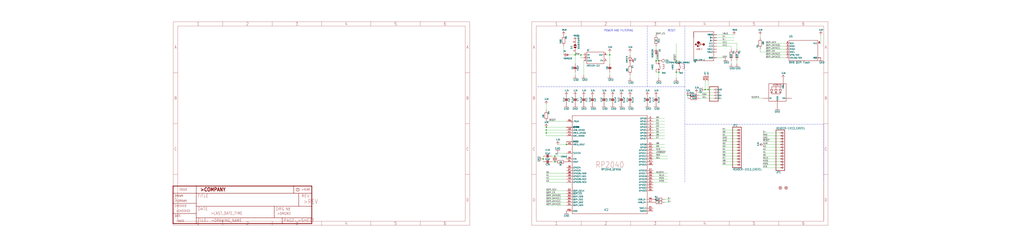
<source format=kicad_sch>
(kicad_sch (version 20211123) (generator eeschema)
  (paper "User" 899.998 220.421)
  (junction (at 594.36 63.5))
  (junction (at 604.52 83.82))
  (junction (at 477.52 139.7))
  (junction (at 487.68 137.16))
  (junction (at 535.94 48.26))
  (junction (at 497.84 127))
  (junction (at 505.46 48.26))
  (junction (at 480.06 111.76))
  (junction (at 510.54 48.26))
  (junction (at 619.76 78.74))
  (junction (at 480.06 116.84))
  (junction (at 594.36 53.34))
  (junction (at 480.06 114.3))
  (junction (at 579.12 53.34))
  (junction (at 487.68 142.24))
  (junction (at 576.58 53.34))
  (junction (at 579.12 63.5))
  (junction (at 622.3 78.74))
  (wire (pts (xy 497.84 106.68) (xy 480.06 106.68)))
  (wire (pts (xy 635 134.62) (xy 647.7 134.62)))
  (wire (pts (xy 485.14 142.24) (xy 487.68 142.24)))
  (wire (pts (xy 480.06 175.26) (xy 497.84 175.26)))
  (wire (pts (xy 685.8 116.84) (xy 670.56 116.84)))
  (wire (pts (xy 594.36 68.58) (xy 594.36 63.5)))
  (wire (pts (xy 584.2 175.26) (xy 589.28 175.26)))
  (wire (pts (xy 670.56 147.32) (xy 685.8 147.32)))
  (wire (pts (xy 487.68 137.16) (xy 485.14 137.16)))
  (wire (pts (xy 670.56 139.7) (xy 685.8 139.7)))
  (wire (pts (xy 647.7 116.84) (xy 635 116.84)))
  (wire (pts (xy 685.8 144.78) (xy 670.56 144.78)))
  (wire (pts (xy 622.3 78.74) (xy 627.38 78.74)))
  (wire (pts (xy 497.84 152.4) (xy 480.06 152.4)))
  (wire (pts (xy 497.84 137.16) (xy 497.84 139.7)))
  (wire (pts (xy 480.06 160.02) (xy 497.84 160.02)))
  (wire (pts (xy 668.02 30.48) (xy 668.02 33.02)))
  (wire (pts (xy 505.46 45.72) (xy 505.46 48.26)))
  (wire (pts (xy 647.7 121.92) (xy 635 121.92)))
  (wire (pts (xy 513.08 53.34) (xy 513.08 66.04)))
  (wire (pts (xy 574.04 121.92) (xy 584.2 121.92)))
  (wire (pts (xy 574.04 116.84) (xy 584.2 116.84)))
  (wire (pts (xy 576.58 30.48) (xy 576.58 27.94)))
  (polyline (pts (xy 723.9 160.02) (xy 723.9 109.22)))
  (wire (pts (xy 480.06 177.8) (xy 497.84 177.8)))
  (wire (pts (xy 685.8 127) (xy 670.56 127)))
  (wire (pts (xy 477.52 142.24) (xy 477.52 139.7)))
  (wire (pts (xy 574.04 106.68) (xy 584.2 106.68)))
  (wire (pts (xy 480.06 172.72) (xy 497.84 172.72)))
  (wire (pts (xy 480.06 180.34) (xy 497.84 180.34)))
  (wire (pts (xy 497.84 111.76) (xy 480.06 111.76)))
  (wire (pts (xy 690.88 43.18) (xy 673.1 43.18)))
  (wire (pts (xy 497.84 157.48) (xy 480.06 157.48)))
  (wire (pts (xy 637.54 50.8) (xy 629.92 50.8)))
  (wire (pts (xy 594.36 38.1) (xy 594.36 53.34)))
  (wire (pts (xy 645.16 30.48) (xy 629.92 30.48)))
  (wire (pts (xy 497.84 167.64) (xy 480.06 167.64)))
  (wire (pts (xy 690.88 48.26) (xy 673.1 48.26)))
  (wire (pts (xy 670.56 86.36) (xy 660.4 86.36)))
  (wire (pts (xy 579.12 53.34) (xy 576.58 53.34)))
  (wire (pts (xy 574.04 127) (xy 584.2 127)))
  (wire (pts (xy 635 139.7) (xy 647.7 139.7)))
  (wire (pts (xy 576.58 63.5) (xy 579.12 63.5)))
  (wire (pts (xy 629.92 35.56) (xy 645.16 35.56)))
  (wire (pts (xy 670.56 121.92) (xy 685.8 121.92)))
  (wire (pts (xy 670.56 129.54) (xy 685.8 129.54)))
  (wire (pts (xy 480.06 91.44) (xy 480.06 96.52)))
  (wire (pts (xy 576.58 43.18) (xy 576.58 40.64)))
  (wire (pts (xy 553.72 45.72) (xy 553.72 48.26)))
  (wire (pts (xy 535.94 55.88) (xy 535.94 48.26)))
  (wire (pts (xy 574.04 114.3) (xy 584.2 114.3)))
  (wire (pts (xy 647.7 119.38) (xy 635 119.38)))
  (wire (pts (xy 629.92 33.02) (xy 645.16 33.02)))
  (wire (pts (xy 513.08 48.26) (xy 510.54 48.26)))
  (wire (pts (xy 668.02 43.18) (xy 668.02 45.72)))
  (wire (pts (xy 584.2 177.8) (xy 589.28 177.8)))
  (wire (pts (xy 627.38 83.82) (xy 614.68 83.82)))
  (wire (pts (xy 480.06 114.3) (xy 480.06 111.76)))
  (wire (pts (xy 594.36 53.34) (xy 596.9 53.34)))
  (wire (pts (xy 477.52 139.7) (xy 477.52 137.16)))
  (wire (pts (xy 553.72 66.04) (xy 553.72 68.58)))
  (wire (pts (xy 619.76 78.74) (xy 619.76 71.12)))
  (wire (pts (xy 574.04 129.54) (xy 584.2 129.54)))
  (wire (pts (xy 629.92 38.1) (xy 647.7 38.1)))
  (wire (pts (xy 574.04 160.02) (xy 586.74 160.02)))
  (polyline (pts (xy 601.98 76.2) (xy 601.98 22.86)))
  (wire (pts (xy 579.12 63.5) (xy 579.12 68.58)))
  (wire (pts (xy 614.68 86.36) (xy 627.38 86.36)))
  (polyline (pts (xy 472.44 76.2) (xy 568.96 76.2)))
  (wire (pts (xy 576.58 53.34) (xy 576.58 48.26)))
  (wire (pts (xy 535.94 48.26) (xy 535.94 45.72)))
  (wire (pts (xy 635 132.08) (xy 647.7 132.08)))
  (wire (pts (xy 574.04 132.08) (xy 584.2 132.08)))
  (wire (pts (xy 574.04 137.16) (xy 586.74 137.16)))
  (wire (pts (xy 497.84 170.18) (xy 480.06 170.18)))
  (wire (pts (xy 495.3 48.26) (xy 495.3 40.64)))
  (wire (pts (xy 480.06 119.38) (xy 480.06 116.84)))
  (wire (pts (xy 619.76 78.74) (xy 622.3 78.74)))
  (wire (pts (xy 642.62 53.34) (xy 642.62 55.88)))
  (wire (pts (xy 500.38 48.26) (xy 505.46 48.26)))
  (wire (pts (xy 685.8 132.08) (xy 670.56 132.08)))
  (wire (pts (xy 510.54 50.8) (xy 510.54 48.26)))
  (wire (pts (xy 622.3 71.12) (xy 622.3 78.74)))
  (wire (pts (xy 635 137.16) (xy 647.7 137.16)))
  (polyline (pts (xy 601.98 76.2) (xy 568.96 76.2)))
  (wire (pts (xy 721.36 30.48) (xy 721.36 38.1)))
  (wire (pts (xy 685.8 124.46) (xy 670.56 124.46)))
  (wire (pts (xy 487.68 137.16) (xy 497.84 137.16)))
  (wire (pts (xy 510.54 48.26) (xy 505.46 48.26)))
  (wire (pts (xy 685.8 142.24) (xy 670.56 142.24)))
  (wire (pts (xy 497.84 114.3) (xy 480.06 114.3)))
  (wire (pts (xy 574.04 134.62) (xy 584.2 134.62)))
  (wire (pts (xy 574.04 104.14) (xy 584.2 104.14)))
  (wire (pts (xy 497.84 119.38) (xy 480.06 119.38)))
  (wire (pts (xy 497.84 134.62) (xy 490.22 134.62)))
  (wire (pts (xy 574.04 109.22) (xy 584.2 109.22)))
  (wire (pts (xy 574.04 111.76) (xy 584.2 111.76)))
  (wire (pts (xy 574.04 139.7) (xy 586.74 139.7)))
  (wire (pts (xy 647.7 127) (xy 635 127)))
  (wire (pts (xy 497.84 124.46) (xy 497.84 127)))
  (wire (pts (xy 635 144.78) (xy 647.7 144.78)))
  (wire (pts (xy 480.06 116.84) (xy 480.06 114.3)))
  (polyline (pts (xy 601.98 160.02) (xy 601.98 109.22)))
  (wire (pts (xy 533.4 48.26) (xy 535.94 48.26)))
  (wire (pts (xy 574.04 152.4) (xy 586.74 152.4)))
  (wire (pts (xy 647.7 38.1) (xy 647.7 43.18)))
  (wire (pts (xy 635 142.24) (xy 647.7 142.24)))
  (wire (pts (xy 629.92 40.64) (xy 642.62 40.64)))
  (wire (pts (xy 574.04 154.94) (xy 586.74 154.94)))
  (wire (pts (xy 510.54 50.8) (xy 513.08 50.8)))
  (wire (pts (xy 596.9 63.5) (xy 594.36 63.5)))
  (wire (pts (xy 670.56 134.62) (xy 685.8 134.62)))
  (wire (pts (xy 505.46 63.5) (xy 505.46 66.04)))
  (polyline (pts (xy 601.98 109.22) (xy 601.98 76.2)))
  (wire (pts (xy 690.88 38.1) (xy 673.1 38.1)))
  (polyline (pts (xy 568.96 76.2) (xy 568.96 22.86)))
  (wire (pts (xy 642.62 40.64) (xy 642.62 43.18)))
  (wire (pts (xy 480.06 154.94) (xy 497.84 154.94)))
  (polyline (pts (xy 723.9 109.22) (xy 601.98 109.22)))
  (wire (pts (xy 535.94 63.5) (xy 535.94 66.04)))
  (wire (pts (xy 635 129.54) (xy 647.7 129.54)))
  (wire (pts (xy 604.52 83.82) (xy 604.52 86.36)))
  (wire (pts (xy 505.46 48.26) (xy 505.46 55.88)))
  (wire (pts (xy 670.56 119.38) (xy 685.8 119.38)))
  (wire (pts (xy 668.02 45.72) (xy 690.88 45.72)))
  (wire (pts (xy 673.1 40.64) (xy 690.88 40.64)))
  (wire (pts (xy 574.04 119.38) (xy 584.2 119.38)))
  (wire (pts (xy 673.1 50.8) (xy 690.88 50.8)))
  (wire (pts (xy 647.7 114.3) (xy 635 114.3)))
  (wire (pts (xy 574.04 157.48) (xy 586.74 157.48)))
  (wire (pts (xy 635 124.46) (xy 647.7 124.46)))
  (wire (pts (xy 685.8 137.16) (xy 670.56 137.16)))
  (wire (pts (xy 490.22 127) (xy 497.84 127)))
  (wire (pts (xy 647.7 55.88) (xy 647.7 53.34)))
  (wire (pts (xy 497.84 116.84) (xy 480.06 116.84)))
  (wire (pts (xy 627.38 81.28) (xy 612.14 81.28)))
  (text "RESET" (at 586.74 27.94 180) (effects (font (size 1.778 1.5113)) (justify left bottom)))
  (text "POWER AND FILTERING" (at 530.86 27.94 180) (effects (font (size 1.778 1.5113)) (justify left bottom)))
  (label "~{RESET}" (at 482.6 106.68 0) (effects (font (size 1.2446 1.2446))))
  (label "D10" (at 576.58 132.08 0) (effects (font (size 1.2446 1.2446))))
  (label "GND" (at 635 124.46 0) (effects (font (size 1.2446 1.2446))))
  (label "D+" (at 635 114.3 0) (effects (font (size 1.2446 1.2446))))
  (label "QSPI_CS" (at 673.1 45.72 0) (effects (font (size 1.2446 1.2446))))
  (label "QSPI_SCK" (at 673.1 38.1 0) (effects (font (size 1.2446 1.2446))))
  (label "SCLK" (at 670.56 139.7 0) (effects (font (size 1.2446 1.2446))))
  (label "D5" (at 576.58 116.84 0) (effects (font (size 1.2446 1.2446))))
  (label "QSPI_DATA[0]" (at 673.1 40.64 0) (effects (font (size 1.2446 1.2446))))
  (label "D-" (at 670.56 116.84 0) (effects (font (size 1.2446 1.2446))))
  (label "D0" (at 635 116.84 0) (effects (font (size 1.2446 1.2446))))
  (label "QSPI_DATA[1]" (at 480.06 175.26 0) (effects (font (size 1.2446 1.2446))))
  (label "QSPI_SCK" (at 480.06 167.64 0) (effects (font (size 1.2446 1.2446))))
  (label "USBBOOT" (at 579.12 53.34 90) (effects (font (size 1.2446 1.2446))))
  (label "D1" (at 576.58 106.68 0) (effects (font (size 1.2446 1.2446))))
  (label "SCL" (at 617.22 86.36 0) (effects (font (size 1.2446 1.2446))))
  (label "QSPI_DATA[2]" (at 673.1 48.26 0) (effects (font (size 1.2446 1.2446))))
  (label "D5" (at 635 134.62 0) (effects (font (size 1.2446 1.2446))))
  (label "RAW" (at 505.46 48.26 0) (effects (font (size 1.2446 1.2446))))
  (label "A0" (at 480.06 152.4 0) (effects (font (size 1.2446 1.2446))))
  (label "SDA" (at 617.22 83.82 0) (effects (font (size 1.2446 1.2446))))
  (label "MOSI" (at 670.56 144.78 0) (effects (font (size 1.2446 1.2446))))
  (label "VBUS" (at 635 30.48 0) (effects (font (size 1.2446 1.2446))))
  (label "D-" (at 586.74 175.26 0) (effects (font (size 1.2446 1.2446))))
  (label "MOSI" (at 579.12 157.48 0) (effects (font (size 1.2446 1.2446))))
  (label "D7" (at 635 139.7 0) (effects (font (size 1.2446 1.2446))))
  (label "A0" (at 670.56 137.16 0) (effects (font (size 1.2446 1.2446))))
  (label "CC2" (at 635 40.64 0) (effects (font (size 1.2446 1.2446))))
  (label "D6" (at 635 137.16 0) (effects (font (size 1.2446 1.2446))))
  (label "USBBOOT" (at 576.58 134.62 0) (effects (font (size 1.2446 1.2446))))
  (label "D+" (at 586.74 177.8 0) (effects (font (size 1.2446 1.2446))))
  (label "D2" (at 576.58 109.22 0) (effects (font (size 1.2446 1.2446))))
  (label "SCL" (at 576.58 139.7 0) (effects (font (size 1.2446 1.2446))))
  (label "~{RESET}" (at 670.56 124.46 0) (effects (font (size 1.2446 1.2446))))
  (label "SCLK" (at 579.12 154.94 0) (effects (font (size 1.2446 1.2446))))
  (label "D4" (at 635 132.08 0) (effects (font (size 1.2446 1.2446))))
  (label "MISO" (at 579.12 160.02 0) (effects (font (size 1.2446 1.2446))))
  (label "A2" (at 670.56 132.08 0) (effects (font (size 1.2446 1.2446))))
  (label "D3" (at 635 129.54 0) (effects (font (size 1.2446 1.2446))))
  (label "D6" (at 576.58 119.38 0) (effects (font (size 1.2446 1.2446))))
  (label "GND" (at 635 50.8 0) (effects (font (size 1.2446 1.2446))))
  (label "D+" (at 635 33.02 0) (effects (font (size 1.2446 1.2446))))
  (label "D0" (at 576.58 104.14 0) (effects (font (size 1.2446 1.2446))))
  (label "RAW" (at 670.56 119.38 0) (effects (font (size 1.2446 1.2446))))
  (label "D7" (at 576.58 121.92 0) (effects (font (size 1.2446 1.2446))))
  (label "NEOPIX" (at 660.4 86.36 0) (effects (font (size 1.2446 1.2446))))
  (label "A2" (at 480.06 157.48 0) (effects (font (size 1.2446 1.2446))))
  (label "D10" (at 670.56 147.32 0) (effects (font (size 1.2446 1.2446))))
  (label "SDA" (at 576.58 137.16 0) (effects (font (size 1.2446 1.2446))))
  (label "QSPI_DATA[2]" (at 480.06 177.8 0) (effects (font (size 1.2446 1.2446))))
  (label "QSPI_DATA[0]" (at 480.06 172.72 0) (effects (font (size 1.2446 1.2446))))
  (label "D2" (at 635 127 0) (effects (font (size 1.2446 1.2446))))
  (label "D-" (at 635 35.56 0) (effects (font (size 1.2446 1.2446))))
  (label "A1" (at 480.06 154.94 0) (effects (font (size 1.2446 1.2446))))
  (label "GND" (at 670.56 121.92 0) (effects (font (size 1.2446 1.2446))))
  (label "A1" (at 670.56 134.62 0) (effects (font (size 1.2446 1.2446))))
  (label "D1" (at 635 119.38 0) (effects (font (size 1.2446 1.2446))))
  (label "A3" (at 670.56 129.54 0) (effects (font (size 1.2446 1.2446))))
  (label "NEOPIX" (at 576.58 152.4 0) (effects (font (size 1.2446 1.2446))))
  (label "QSPI_CS" (at 576.58 30.48 0) (effects (font (size 1.2446 1.2446))))
  (label "GND" (at 635 121.92 0) (effects (font (size 1.2446 1.2446))))
  (label "D9" (at 576.58 129.54 0) (effects (font (size 1.2446 1.2446))))
  (label "QSPI_DATA[3]" (at 673.1 50.8 0) (effects (font (size 1.2446 1.2446))))
  (label "D8" (at 576.58 127 0) (effects (font (size 1.2446 1.2446))))
  (label "MISO" (at 670.56 142.24 0) (effects (font (size 1.2446 1.2446))))
  (label "CC1" (at 635 38.1 0) (effects (font (size 1.2446 1.2446))))
  (label "QSPI_DATA[3]" (at 480.06 180.34 0) (effects (font (size 1.2446 1.2446))))
  (label "D9" (at 635 144.78 0) (effects (font (size 1.2446 1.2446))))
  (label "~{RESET}" (at 594.36 53.34 90) (effects (font (size 1.2446 1.2446))))
  (label "QSPI_CS" (at 480.06 170.18 0) (effects (font (size 1.2446 1.2446))))
  (label "D3" (at 576.58 111.76 0) (effects (font (size 1.2446 1.2446))))
  (label "D8" (at 635 142.24 0) (effects (font (size 1.2446 1.2446))))
  (label "D4" (at 576.58 114.3 0) (effects (font (size 1.2446 1.2446))))
  (label "QSPI_DATA[1]" (at 673.1 43.18 0) (effects (font (size 1.2446 1.2446))))
  (label "A3" (at 480.06 160.02 0) (effects (font (size 1.2446 1.2446))))
  (label "3.3V" (at 670.56 127 0) (effects (font (size 1.2446 1.2446))))
  (symbol (lib_id "custom controller-eagle-import:GND") (at 474.98 139.7 270) (mirror x) (unit 1)
    (property "Reference" "#GND31" (effects hide))
    (property "Value" "GND" (at 472.44 142.24 0) (effects (font (size 1.778 1.5113)) (justify left bottom)))
    (property "Footprint" "custom controller:" (effects hide))
  )
  (symbol (lib_id "custom controller-eagle-import:CAP_CERAMIC_0402NO") (at 546.1 88.9 0) (unit 1)
    (property "Reference" "C13" (at 543.81 87.65 90))
    (property "Value" "0.1uF" (at 548.4 87.65 90))
    (property "Footprint" "custom controller:_0402NO" (effects hide))
  )
  (symbol (lib_id "custom controller-eagle-import:3.3V") (at 688.34 66.04 0) (unit 1)
    (property "Reference" "#U$6" (effects hide))
    (property "Value" "3.3V" (at 686.816 65.024 0) (effects (font (size 1.27 1.0795)) (justify left bottom)))
    (property "Footprint" "custom controller:" (effects hide))
  )
  (symbol (lib_id "custom controller-eagle-import:CAP_CERAMIC_0805MP") (at 505.46 60.96 0) (unit 1)
    (property "Reference" "C6" (at 503.17 59.71 90))
    (property "Value" "10µF" (at 507.76 59.71 90))
    (property "Footprint" "custom controller:_0805MP" (effects hide))
  )
  (symbol (lib_id "custom controller-eagle-import:SOLDERJUMPER") (at 505.46 40.64 90) (unit 1)
    (property "Reference" "SJ1" (at 502.92 43.18 0) (effects (font (size 1.27 1.0795)) (justify left bottom)))
    (property "Value" "SOLDERJUMPER" (at 509.27 43.18 0) (effects (font (size 1.27 1.0795)) (justify left bottom)))
    (property "Footprint" "custom controller:SOLDERJUMPER_ARROW_NOPASTE" (effects hide))
  )
  (symbol (lib_id "custom controller-eagle-import:1.2V") (at 513.08 81.28 0) (unit 1)
    (property "Reference" "#U$45" (effects hide))
    (property "Value" "1.2V" (at 511.556 80.264 0) (effects (font (size 1.27 1.0795)) (justify left bottom)))
    (property "Footprint" "custom controller:" (effects hide))
  )
  (symbol (lib_id "custom controller-eagle-import:3.3V") (at 530.86 81.28 0) (unit 1)
    (property "Reference" "#U$25" (effects hide))
    (property "Value" "3.3V" (at 529.336 80.264 0) (effects (font (size 1.27 1.0795)) (justify left bottom)))
    (property "Footprint" "custom controller:" (effects hide))
  )
  (symbol (lib_id "custom controller-eagle-import:VBUS") (at 495.3 27.94 0) (unit 1)
    (property "Reference" "#U$3" (effects hide))
    (property "Value" "VBUS" (at 493.776 26.924 0) (effects (font (size 1.27 1.0795)) (justify left bottom)))
    (property "Footprint" "custom controller:" (effects hide))
  )
  (symbol (lib_id "custom controller-eagle-import:GND") (at 513.08 93.98 0) (mirror y) (unit 1)
    (property "Reference" "#GND27" (effects hide))
    (property "Value" "GND" (at 515.62 96.52 0) (effects (font (size 1.778 1.5113)) (justify left bottom)))
    (property "Footprint" "custom controller:" (effects hide))
  )
  (symbol (lib_id "custom controller-eagle-import:1.2V") (at 505.46 81.28 0) (unit 1)
    (property "Reference" "#U$43" (effects hide))
    (property "Value" "1.2V" (at 503.936 80.264 0) (effects (font (size 1.27 1.0795)) (justify left bottom)))
    (property "Footprint" "custom controller:" (effects hide))
  )
  (symbol (lib_id "custom controller-eagle-import:FIDUCIAL_1MM") (at 690.88 165.1 0) (unit 1)
    (property "Reference" "U$34" (effects hide))
    (property "Value" "FIDUCIAL_1MM" (effects hide))
    (property "Footprint" "custom controller:FIDUCIAL_1MM" (effects hide))
  )
  (symbol (lib_id "custom controller-eagle-import:STEMMA_I2C_QTSKINNY") (at 619.76 71.12 90) (unit 2)
    (property "Reference" "CONN1" (effects hide))
    (property "Value" "STEMMA_I2C_QTSKINNY" (effects hide))
    (property "Footprint" "custom controller:JST_SH4_SKINNY" (effects hide))
  )
  (symbol (lib_id "custom controller-eagle-import:GND") (at 530.86 93.98 0) (unit 1)
    (property "Reference" "#U$47" (effects hide))
    (property "Value" "GND" (at 529.336 96.52 0) (effects (font (size 1.778 1.5113)) (justify left bottom)))
    (property "Footprint" "custom controller:" (effects hide))
  )
  (symbol (lib_id "custom controller-eagle-import:3.3V") (at 538.48 81.28 0) (unit 1)
    (property "Reference" "#U$26" (effects hide))
    (property "Value" "3.3V" (at 536.956 80.264 0) (effects (font (size 1.27 1.0795)) (justify left bottom)))
    (property "Footprint" "custom controller:" (effects hide))
  )
  (symbol (lib_id "custom controller-eagle-import:CAP_CERAMIC_0603MP") (at 497.84 88.9 0) (unit 1)
    (property "Reference" "C12" (at 495.55 87.65 90))
    (property "Value" "1uF" (at 500.14 87.65 90))
    (property "Footprint" "custom controller:_0603MP" (effects hide))
  )
  (symbol (lib_id "custom controller-eagle-import:3.3V") (at 576.58 81.28 0) (unit 1)
    (property "Reference" "#U$36" (effects hide))
    (property "Value" "3.3V" (at 575.056 80.264 0) (effects (font (size 1.27 1.0795)) (justify left bottom)))
    (property "Footprint" "custom controller:" (effects hide))
  )
  (symbol (lib_id "custom controller-eagle-import:RESISTOR_0402NO") (at 579.12 177.8 0) (unit 1)
    (property "Reference" "R3" (at 575.31 176.3014 0) (effects (justify left bottom)))
    (property "Value" "27" (at 577.85 178.562 0) (effects (font (size 1.016 1.016) bold) (justify left bottom)))
    (property "Footprint" "custom controller:_0402NO" (effects hide))
  )
  (symbol (lib_id "custom controller-eagle-import:GND") (at 546.1 93.98 0) (unit 1)
    (property "Reference" "#U$49" (effects hide))
    (property "Value" "GND" (at 544.576 96.52 0) (effects (font (size 1.778 1.5113)) (justify left bottom)))
    (property "Footprint" "custom controller:" (effects hide))
  )
  (symbol (lib_id "custom controller-eagle-import:GND") (at 683.26 96.52 0) (unit 1)
    (property "Reference" "#GND7" (effects hide))
    (property "Value" "GND" (at 680.72 99.06 0) (effects (font (size 1.778 1.5113)) (justify left bottom)))
    (property "Footprint" "custom controller:" (effects hide))
  )
  (symbol (lib_id "custom controller-eagle-import:RESISTOR_0402NO") (at 642.62 48.26 270) (unit 1)
    (property "Reference" "R1" (at 644.1186 44.45 0) (effects (justify left bottom)))
    (property "Value" "5.1K" (at 641.858 46.99 0) (effects (font (size 1.016 1.016) bold) (justify left bottom)))
    (property "Footprint" "custom controller:_0402NO" (effects hide))
  )
  (symbol (lib_id "custom controller-eagle-import:3.3V") (at 553.72 43.18 0) (unit 1)
    (property "Reference" "#U$15" (effects hide))
    (property "Value" "3.3V" (at 552.196 42.164 0) (effects (font (size 1.27 1.0795)) (justify left bottom)))
    (property "Footprint" "custom controller:" (effects hide))
  )
  (symbol (lib_id "custom controller-eagle-import:RESISTOR0805_NOOUTLINE") (at 495.3 35.56 270) (unit 1)
    (property "Reference" "R8" (at 496.7986 31.75 0) (effects (justify left bottom)))
    (property "Value" "FUSE" (at 491.998 34.29 0) (effects (font (size 1.016 1.016) bold) (justify left bottom)))
    (property "Footprint" "custom controller:0805-NO" (effects hide))
  )
  (symbol (lib_id "custom controller-eagle-import:CAP_CERAMIC_0402NO") (at 513.08 86.36 180) (unit 1)
    (property "Reference" "C11" (at 515.37 87.61 90))
    (property "Value" "0.1uF" (at 510.78 87.61 90))
    (property "Footprint" "custom controller:_0402NO" (effects hide))
  )
  (symbol (lib_id "custom controller-eagle-import:GND") (at 642.62 58.42 0) (unit 1)
    (property "Reference" "#U$7" (effects hide))
    (property "Value" "GND" (at 641.096 60.96 0) (effects (font (size 1.778 1.5113)) (justify left bottom)))
    (property "Footprint" "custom controller:" (effects hide))
  )
  (symbol (lib_id "custom controller-eagle-import:1.2V") (at 490.22 124.46 0) (unit 1)
    (property "Reference" "#U$40" (effects hide))
    (property "Value" "1.2V" (at 488.696 123.444 0) (effects (font (size 1.27 1.0795)) (justify left bottom)))
    (property "Footprint" "custom controller:" (effects hide))
  )
  (symbol (lib_id "custom controller-eagle-import:RESISTOR_0402NO") (at 553.72 60.96 270) (unit 1)
    (property "Reference" "R7" (at 555.2186 57.15 0) (effects (justify left bottom)))
    (property "Value" "10K" (at 550.418 59.69 0) (effects (font (size 1.016 1.016) bold) (justify left bottom)))
    (property "Footprint" "custom controller:_0402NO" (effects hide))
  )
  (symbol (lib_id "custom controller-eagle-import:3.3V") (at 668.02 27.94 0) (unit 1)
    (property "Reference" "#U$41" (effects hide))
    (property "Value" "3.3V" (at 666.496 26.924 0) (effects (font (size 1.27 1.0795)) (justify left bottom)))
    (property "Footprint" "custom controller:" (effects hide))
  )
  (symbol (lib_id "custom controller-eagle-import:GND") (at 497.84 187.96 0) (mirror y) (unit 1)
    (property "Reference" "#GND25" (effects hide))
    (property "Value" "GND" (at 500.38 190.5 0) (effects (font (size 1.778 1.5113)) (justify left bottom)))
    (property "Footprint" "custom controller:" (effects hide))
  )
  (symbol (lib_id "custom controller-eagle-import:3.3V") (at 604.52 81.28 0) (unit 1)
    (property "Reference" "#U$11" (effects hide))
    (property "Value" "3.3V" (at 602.996 80.264 0) (effects (font (size 1.27 1.0795)) (justify left bottom)))
    (property "Footprint" "custom controller:" (effects hide))
  )
  (symbol (lib_id "custom controller-eagle-import:GND") (at 721.36 53.34 0) (unit 1)
    (property "Reference" "#U$31" (effects hide))
    (property "Value" "GND" (at 719.836 55.88 0) (effects (font (size 1.778 1.5113)) (justify left bottom)))
    (property "Footprint" "custom controller:" (effects hide))
  )
  (symbol (lib_id "custom controller-eagle-import:GND") (at 617.22 78.74 270) (unit 1)
    (property "Reference" "#U$9" (effects hide))
    (property "Value" "GND" (at 614.68 77.216 0) (effects (font (size 1.778 1.5113)) (justify left bottom)))
    (property "Footprint" "custom controller:" (effects hide))
  )
  (symbol (lib_id "custom controller-eagle-import:CAP_CERAMIC_0402NO") (at 576.58 88.9 0) (unit 1)
    (property "Reference" "C17" (at 574.29 87.65 90))
    (property "Value" "0.1uF" (at 578.88 87.65 90))
    (property "Footprint" "custom controller:_0402NO" (effects hide))
  )
  (symbol (lib_id "custom controller-eagle-import:SPIFLASH_8PIN_4X4") (at 706.12 45.72 0) (unit 1)
    (property "Reference" "U5" (at 693.42 33.02 0) (effects (font (size 1.778 1.5113)) (justify left bottom)))
    (property "Value" "8MB QSPI Flash" (at 693.42 55.88 0) (effects (font (size 1.778 1.5113)) (justify left bottom)))
    (property "Footprint" "custom controller:USON8_4X4" (effects hide))
  )
  (symbol (lib_id "custom controller-eagle-import:3.3V") (at 480.06 109.22 0) (unit 1)
    (property "Reference" "#U$38" (effects hide))
    (property "Value" "3.3V" (at 478.536 108.204 0) (effects (font (size 1.27 1.0795)) (justify left bottom)))
    (property "Footprint" "custom controller:" (effects hide))
  )
  (symbol (lib_id "custom controller-eagle-import:3.3V") (at 553.72 81.28 0) (unit 1)
    (property "Reference" "#U$33" (effects hide))
    (property "Value" "3.3V" (at 552.196 80.264 0) (effects (font (size 1.27 1.0795)) (justify left bottom)))
    (property "Footprint" "custom controller:" (effects hide))
  )
  (symbol (lib_id "custom controller-eagle-import:RESISTOR_0402NO") (at 480.06 101.6 270) (unit 1)
    (property "Reference" "R9" (at 481.5586 97.79 0) (effects (justify left bottom)))
    (property "Value" "10K" (at 476.758 100.33 0) (effects (font (size 1.016 1.016) bold) (justify left bottom)))
    (property "Footprint" "custom controller:_0402NO" (effects hide))
  )
  (symbol (lib_id "custom controller-eagle-import:RESISTOR_0402NO") (at 609.6 86.36 0) (unit 1)
    (property "Reference" "R12" (at 605.79 84.8614 0) (effects (justify left bottom)))
    (property "Value" "5.1K" (at 608.33 87.122 0) (effects (font (size 1.016 1.016) bold) (justify left bottom)))
    (property "Footprint" "custom controller:_0402NO" (effects hide))
  )
  (symbol (lib_id "custom controller-eagle-import:GND") (at 553.72 71.12 0) (unit 1)
    (property "Reference" "#U$12" (effects hide))
    (property "Value" "GND" (at 552.196 73.66 0) (effects (font (size 1.778 1.5113)) (justify left bottom)))
    (property "Footprint" "custom controller:" (effects hide))
  )
  (symbol (lib_id "custom controller-eagle-import:CAP_CERAMIC_0402NO") (at 505.46 86.36 180) (unit 1)
    (property "Reference" "C7" (at 507.75 87.61 90))
    (property "Value" "0.1uF" (at 503.16 87.61 90))
    (property "Footprint" "custom controller:_0402NO" (effects hide))
  )
  (symbol (lib_id "custom controller-eagle-import:GND") (at 576.58 93.98 0) (unit 1)
    (property "Reference" "#U$53" (effects hide))
    (property "Value" "GND" (at 575.056 96.52 0) (effects (font (size 1.778 1.5113)) (justify left bottom)))
    (property "Footprint" "custom controller:" (effects hide))
  )
  (symbol (lib_id "custom controller-eagle-import:GND") (at 535.94 68.58 0) (unit 1)
    (property "Reference" "#U$29" (effects hide))
    (property "Value" "GND" (at 534.416 71.12 0) (effects (font (size 1.778 1.5113)) (justify left bottom)))
    (property "Footprint" "custom controller:" (effects hide))
  )
  (symbol (lib_id "custom controller-eagle-import:GND") (at 490.22 132.08 0) (mirror x) (unit 1)
    (property "Reference" "#GND24" (effects hide))
    (property "Value" "GND" (at 487.68 129.54 0) (effects (font (size 1.778 1.5113)) (justify left bottom)))
    (property "Footprint" "custom controller:" (effects hide))
  )
  (symbol (lib_id "custom controller-eagle-import:STEMMA_I2C_QTSKINNY") (at 622.3 71.12 90) (unit 3)
    (property "Reference" "CONN1" (effects hide))
    (property "Value" "STEMMA_I2C_QTSKINNY" (effects hide))
    (property "Footprint" "custom controller:JST_SH4_SKINNY" (effects hide))
  )
  (symbol (lib_id "custom controller-eagle-import:3.3V") (at 668.02 127 90) (unit 1)
    (property "Reference" "#U$2" (effects hide))
    (property "Value" "3.3V" (at 667.004 128.524 0) (effects (font (size 1.27 1.0795)) (justify left bottom)))
    (property "Footprint" "custom controller:" (effects hide))
  )
  (symbol (lib_id "custom controller-eagle-import:RESISTOR_0402NO") (at 492.76 142.24 0) (unit 1)
    (property "Reference" "R6" (at 491.49 143.2814 0) (effects (justify left bottom)))
    (property "Value" "1K" (at 491.49 145.542 0) (effects (font (size 1.016 1.016) bold) (justify left bottom)))
    (property "Footprint" "custom controller:_0402NO" (effects hide))
  )
  (symbol (lib_id "custom controller-eagle-import:VBUS") (at 645.16 27.94 0) (unit 1)
    (property "Reference" "#U$13" (effects hide))
    (property "Value" "VBUS" (at 643.636 26.924 0) (effects (font (size 1.27 1.0795)) (justify left bottom)))
    (property "Footprint" "custom controller:" (effects hide))
  )
  (symbol (lib_id "custom controller-eagle-import:WS2812B_SK6805_1515") (at 683.26 83.82 0) (unit 1)
    (property "Reference" "LED1" (effects hide))
    (property "Value" "WS2812B_SK6805_1515" (effects hide))
    (property "Footprint" "custom controller:SK6805_1515" (effects hide))
  )
  (symbol (lib_id "custom controller-eagle-import:FRAME_A4") (at 467.36 198.12 0) (unit 1)
    (property "Reference" "#FRAME1" (effects hide))
    (property "Value" "FRAME_A4" (effects hide))
    (property "Footprint" "custom controller:" (effects hide))
  )
  (symbol (lib_id "custom controller-eagle-import:GND") (at 553.72 93.98 0) (unit 1)
    (property "Reference" "#U$50" (effects hide))
    (property "Value" "GND" (at 552.196 96.52 0) (effects (font (size 1.778 1.5113)) (justify left bottom)))
    (property "Footprint" "custom controller:" (effects hide))
  )
  (symbol (lib_id "custom controller-eagle-import:CAP_CERAMIC0603_NO") (at 520.7 88.9 0) (unit 1)
    (property "Reference" "C15" (at 518.41 87.65 90))
    (property "Value" "1uF" (at 523 87.65 90))
    (property "Footprint" "custom controller:0603-NO" (effects hide))
  )
  (symbol (lib_id "custom controller-eagle-import:RESISTOR_0402NO") (at 609.6 83.82 0) (unit 1)
    (property "Reference" "R10" (at 605.79 82.3214 0) (effects (justify left bottom)))
    (property "Value" "5.1K" (at 608.33 84.582 0) (effects (font (size 1.016 1.016) bold) (justify left bottom)))
    (property "Footprint" "custom controller:_0402NO" (effects hide))
  )
  (symbol (lib_id "custom controller-eagle-import:GND") (at 505.46 93.98 0) (mirror y) (unit 1)
    (property "Reference" "#GND26" (effects hide))
    (property "Value" "GND" (at 508 96.52 0) (effects (font (size 1.778 1.5113)) (justify left bottom)))
    (property "Footprint" "custom controller:" (effects hide))
  )
  (symbol (lib_id "custom controller-eagle-import:CAP_CERAMIC_0402NO") (at 538.48 88.9 0) (unit 1)
    (property "Reference" "C9" (at 536.19 87.65 90))
    (property "Value" "0.1uF" (at 540.78 87.65 90))
    (property "Footprint" "custom controller:_0402NO" (effects hide))
  )
  (symbol (lib_id "custom controller-eagle-import:CAP_CERAMIC_0805MP") (at 535.94 60.96 0) (unit 1)
    (property "Reference" "C8" (at 533.65 59.71 90))
    (property "Value" "10µF" (at 538.24 59.71 90))
    (property "Footprint" "custom controller:_0805MP" (effects hide))
    (property "Value" "10µF" (effects hide))
  )
  (symbol (lib_id "custom controller-eagle-import:FRAME_A4") (at 152.4 198.12 0) (unit 2)
    (property "Reference" "#FRAME1" (effects hide))
    (property "Value" "FRAME_A4" (effects hide))
    (property "Footprint" "custom controller:" (effects hide))
  )
  (symbol (lib_id "custom controller-eagle-import:RESISTOR_0402NO") (at 647.7 48.26 270) (unit 1)
    (property "Reference" "R2" (at 649.1986 44.45 0) (effects (justify left bottom)))
    (property "Value" "5.1K" (at 646.938 46.99 0) (effects (font (size 1.016 1.016) bold) (justify left bottom)))
    (property "Footprint" "custom controller:_0402NO" (effects hide))
  )
  (symbol (lib_id "custom controller-eagle-import:RESISTOR_0402NO") (at 579.12 175.26 0) (unit 1)
    (property "Reference" "R4" (at 575.31 173.7614 0) (effects (justify left bottom)))
    (property "Value" "27" (at 577.85 176.022 0) (effects (font (size 1.016 1.016) bold) (justify left bottom)))
    (property "Footprint" "custom controller:_0402NO" (effects hide))
  )
  (symbol (lib_id "custom controller-eagle-import:USB_C") (at 619.76 40.64 0) (unit 1)
    (property "Reference" "X6" (at 609.6 54.864 0) (effects (font (size 1.27 1.0795)) (justify left bottom)))
    (property "Value" "USB TYPE C" (at 609.6 53.34 0) (effects (font (size 1.27 1.0795)) (justify left bottom)))
    (property "Footprint" "custom controller:USB_C_CUSB31-CFM2AX-01-X" (effects hide))
  )
  (symbol (lib_id "custom controller-eagle-import:HEADER-1X13_CASTEL") (at 688.34 132.08 0) (mirror x) (unit 1)
    (property "Reference" "JP1" (at 681.99 150.495 0) (effects (font (size 1.778 1.5113)) (justify left bottom)))
    (property "Value" "HEADER-1X13_CASTEL" (at 681.99 111.76 0) (effects (font (size 1.778 1.5113)) (justify left bottom)))
    (property "Footprint" "custom controller:1X13_CASTEL" (effects hide))
  )
  (symbol (lib_id "custom controller-eagle-import:GND") (at 637.54 53.34 0) (unit 1)
    (property "Reference" "#U$8" (effects hide))
    (property "Value" "GND" (at 636.016 55.88 0) (effects (font (size 1.778 1.5113)) (justify left bottom)))
    (property "Footprint" "custom controller:" (effects hide))
  )
  (symbol (lib_id "custom controller-eagle-import:3.3V") (at 546.1 81.28 0) (unit 1)
    (property "Reference" "#U$32" (effects hide))
    (property "Value" "3.3V" (at 544.576 80.264 0) (effects (font (size 1.27 1.0795)) (justify left bottom)))
    (property "Footprint" "custom controller:" (effects hide))
  )
  (symbol (lib_id "custom controller-eagle-import:GND") (at 513.08 68.58 0) (unit 1)
    (property "Reference" "#U$30" (effects hide))
    (property "Value" "GND" (at 511.556 71.12 0) (effects (font (size 1.778 1.5113)) (justify left bottom)))
    (property "Footprint" "custom controller:" (effects hide))
  )
  (symbol (lib_id "custom controller-eagle-import:SWITCH_TACT_SMT4.6X2.8") (at 579.12 58.42 270) (unit 1)
    (property "Reference" "SW3" (at 581.66 64.77 90) (effects (font (size 1.27 1.0795)) (justify left bottom)))
    (property "Value" "KMR2" (at 572.77 56.515 0) (effects (font (size 1.27 1.0795)) (justify left bottom)))
    (property "Footprint" "custom controller:BTN_KMR2_4.6X2.8" (effects hide))
  )
  (symbol (lib_id "custom controller-eagle-import:3.3V") (at 535.94 43.18 0) (unit 1)
    (property "Reference" "#U$1" (effects hide))
    (property "Value" "3.3V" (at 534.416 42.164 0) (effects (font (size 1.27 1.0795)) (justify left bottom)))
    (property "Footprint" "custom controller:" (effects hide))
  )
  (symbol (lib_id "custom controller-eagle-import:VBUS") (at 505.46 33.02 0) (unit 1)
    (property "Reference" "#U$16" (effects hide))
    (property "Value" "VBUS" (at 503.936 32.004 0) (effects (font (size 1.27 1.0795)) (justify left bottom)))
    (property "Footprint" "custom controller:" (effects hide))
  )
  (symbol (lib_id "custom controller-eagle-import:GND") (at 647.7 58.42 0) (unit 1)
    (property "Reference" "#U$14" (effects hide))
    (property "Value" "GND" (at 646.176 60.96 0) (effects (font (size 1.778 1.5113)) (justify left bottom)))
    (property "Footprint" "custom controller:" (effects hide))
  )
  (symbol (lib_id "custom controller-eagle-import:GND") (at 520.7 93.98 0) (unit 1)
    (property "Reference" "#U$4" (effects hide))
    (property "Value" "GND" (at 519.176 96.52 0) (effects (font (size 1.778 1.5113)) (justify left bottom)))
    (property "Footprint" "custom controller:" (effects hide))
  )
  (symbol (lib_id "custom controller-eagle-import:CAP_CERAMIC_0402NO") (at 553.72 88.9 0) (unit 1)
    (property "Reference" "C14" (at 551.43 87.65 90))
    (property "Value" "0.1uF" (at 556.02 87.65 90))
    (property "Footprint" "custom controller:_0402NO" (effects hide))
  )
  (symbol (lib_id "custom controller-eagle-import:CAP_CERAMIC_0402NO") (at 482.6 142.24 90) (unit 1)
    (property "Reference" "C20" (at 481.35 144.53 90))
    (property "Value" "22pF" (at 481.35 139.94 90))
    (property "Footprint" "custom controller:_0402NO" (effects hide))
  )
  (symbol (lib_id "custom controller-eagle-import:GND") (at 538.48 93.98 0) (unit 1)
    (property "Reference" "#U$48" (effects hide))
    (property "Value" "GND" (at 536.956 96.52 0) (effects (font (size 1.778 1.5113)) (justify left bottom)))
    (property "Footprint" "custom controller:" (effects hide))
  )
  (symbol (lib_id "custom controller-eagle-import:CRYSTAL2.5X2.0") (at 487.68 139.7 90) (unit 1)
    (property "Reference" "Y1" (at 490.22 134.62 90) (effects (font (size 1.27 1.0795)) (justify left bottom)))
    (property "Value" "12MHZ" (at 492.76 138.43 90) (effects (font (size 1.27 1.0795)) (justify right top)))
    (property "Footprint" "custom controller:CRYSTAL_2.5X2" (effects hide))
  )
  (symbol (lib_id "custom controller-eagle-import:GND") (at 594.36 71.12 0) (unit 1)
    (property "Reference" "#GND15" (effects hide))
    (property "Value" "GND" (at 591.82 73.66 0) (effects (font (size 1.778 1.5113)) (justify left bottom)))
    (property "Footprint" "custom controller:" (effects hide))
  )
  (symbol (lib_id "custom controller-eagle-import:GND") (at 568.96 93.98 0) (unit 1)
    (property "Reference" "#U$52" (effects hide))
    (property "Value" "GND" (at 567.436 96.52 0) (effects (font (size 1.778 1.5113)) (justify left bottom)))
    (property "Footprint" "custom controller:" (effects hide))
  )
  (symbol (lib_id "custom controller-eagle-import:GND") (at 497.84 93.98 0) (mirror y) (unit 1)
    (property "Reference" "#GND28" (effects hide))
    (property "Value" "GND" (at 500.38 96.52 0) (effects (font (size 1.778 1.5113)) (justify left bottom)))
    (property "Footprint" "custom controller:" (effects hide))
  )
  (symbol (lib_id "custom controller-eagle-import:RP2040_QFN56") (at 535.94 144.78 0) (unit 1)
    (property "Reference" "IC2" (at 530.86 185.42 0) (effects (font (size 1.778 1.5113)) (justify left bottom)))
    (property "Value" "RP2040_QFN56" (at 528.32 149.86 0) (effects (font (size 1.778 1.5113)) (justify left bottom)))
    (property "Footprint" "custom controller:QFN56_7MM_REDUCEDEPAD" (effects hide))
  )
  (symbol (lib_id "custom controller-eagle-import:CAP_CERAMIC_0402NO") (at 482.6 137.16 90) (unit 1)
    (property "Reference" "C19" (at 481.35 131.83 90))
    (property "Value" "22pF" (at 481.35 134.86 90))
    (property "Footprint" "custom controller:_0402NO" (effects hide))
  )
  (symbol (lib_id "custom controller-eagle-import:3.3V") (at 721.36 27.94 0) (unit 1)
    (property "Reference" "#U$39" (effects hide))
    (property "Value" "3.3V" (at 719.836 26.924 0) (effects (font (size 1.27 1.0795)) (justify left bottom)))
    (property "Footprint" "custom controller:" (effects hide))
  )
  (symbol (lib_id "custom controller-eagle-import:3.3V") (at 568.96 81.28 0) (unit 1)
    (property "Reference" "#U$5" (effects hide))
    (property "Value" "3.3V" (at 567.436 80.264 0) (effects (font (size 1.27 1.0795)) (justify left bottom)))
    (property "Footprint" "custom controller:" (effects hide))
  )
  (symbol (lib_id "custom controller-eagle-import:GND") (at 579.12 71.12 0) (unit 1)
    (property "Reference" "#GND16" (effects hide))
    (property "Value" "GND" (at 576.58 73.66 0) (effects (font (size 1.778 1.5113)) (justify left bottom)))
    (property "Footprint" "custom controller:" (effects hide))
  )
  (symbol (lib_id "custom controller-eagle-import:CAP_CERAMIC_0402NO") (at 568.96 88.9 0) (unit 1)
    (property "Reference" "C16" (at 566.67 87.65 90))
    (property "Value" "0.1uF" (at 571.26 87.65 90))
    (property "Footprint" "custom controller:_0402NO" (effects hide))
  )
  (symbol (lib_id "custom controller-eagle-import:1.2V") (at 497.84 81.28 0) (unit 1)
    (property "Reference" "#U$46" (effects hide))
    (property "Value" "1.2V" (at 496.316 80.264 0) (effects (font (size 1.27 1.0795)) (justify left bottom)))
    (property "Footprint" "custom controller:" (effects hide))
  )
  (symbol (lib_id "custom controller-eagle-import:3.3V") (at 520.7 81.28 0) (unit 1)
    (property "Reference" "#U$18" (effects hide))
    (property "Value" "3.3V" (at 519.176 80.264 0) (effects (font (size 1.27 1.0795)) (justify left bottom)))
    (property "Footprint" "custom controller:" (effects hide))
  )
  (symbol (lib_id "custom controller-eagle-import:LED0603_NOOUTLINE") (at 553.72 53.34 270) (unit 1)
    (property "Reference" "D2" (at 558.165 52.07 0))
    (property "Value" "GREEN" (at 550.926 52.07 0))
    (property "Footprint" "custom controller:CHIPLED_0603_NOOUTLINE" (effects hide))
  )
  (symbol (lib_id "custom controller-eagle-import:RESISTOR_0402NO") (at 576.58 35.56 270) (unit 1)
    (property "Reference" "R11" (at 579.12 35.56 0))
    (property "Value" "1K" (at 576.58 35.56 0) (effects (font (size 1.016 1.016) bold)))
    (property "Footprint" "custom controller:_0402NO" (effects hide))
  )
  (symbol (lib_id "custom controller-eagle-import:SWITCH_TACT_SMT4.6X2.8") (at 596.9 58.42 270) (unit 1)
    (property "Reference" "SW2" (at 596.9 64.77 90) (effects (font (size 1.27 1.0795)) (justify left bottom)))
    (property "Value" "KMR2" (at 590.55 56.515 0) (effects (font (size 1.27 1.0795)) (justify left bottom)))
    (property "Footprint" "custom controller:BTN_KMR2_4.6X2.8" (effects hide))
  )
  (symbol (lib_id "custom controller-eagle-import:TESTPOINTROUND1.5MMNO") (at 579.12 53.34 270) (unit 1)
    (property "Reference" "TP1" (at 584.708 53.34 90) (effects (font (size 1.27 1.0795)) (justify left)))
    (property "Value" "TESTPOINTROUND1.5MMNO" (at 584.708 54.991 90) (effects (font (size 1.27 1.0795)) (justify left)))
    (property "Footprint" "custom controller:TESTPOINT_ROUND_1.5MM_NO" (effects hide))
  )
  (symbol (lib_id "custom controller-eagle-import:FIDUCIAL_1MM") (at 685.8 165.1 0) (unit 1)
    (property "Reference" "U$35" (effects hide))
    (property "Value" "FIDUCIAL_1MM" (effects hide))
    (property "Footprint" "custom controller:FIDUCIAL_1MM" (effects hide))
  )
  (symbol (lib_id "custom controller-eagle-import:HEADER-1X13_CASTEL") (at 650.24 129.54 0) (unit 1)
    (property "Reference" "JP2" (at 643.89 111.125 0) (effects (font (size 1.778 1.5113)) (justify left bottom)))
    (property "Value" "HEADER-1X13_CASTEL" (at 643.89 149.86 0) (effects (font (size 1.778 1.5113)) (justify left bottom)))
    (property "Footprint" "custom controller:1X13_CASTEL" (effects hide))
  )
  (symbol (lib_id "custom controller-eagle-import:GND") (at 505.46 68.58 0) (unit 1)
    (property "Reference" "#U$27" (effects hide))
    (property "Value" "GND" (at 503.936 71.12 0) (effects (font (size 1.778 1.5113)) (justify left bottom)))
    (property "Footprint" "custom controller:" (effects hide))
  )
  (symbol (lib_id "custom controller-eagle-import:3.3V") (at 612.14 78.74 0) (unit 1)
    (property "Reference" "#U$10" (effects hide))
    (property "Value" "3.3V" (at 610.616 77.724 0) (effects (font (size 1.27 1.0795)) (justify left bottom)))
    (property "Footprint" "custom controller:" (effects hide))
  )
  (symbol (lib_id "custom controller-eagle-import:CAP_CERAMIC_0603MP") (at 530.86 88.9 0) (unit 1)
    (property "Reference" "C10" (at 528.57 87.65 90))
    (property "Value" "1uF" (at 533.16 87.65 90))
    (property "Footprint" "custom controller:_0603MP" (effects hide))
  )
  (symbol (lib_id "custom controller-eagle-import:RESISTOR_0402NO") (at 668.02 38.1 90) (unit 1)
    (property "Reference" "R5" (at 666.5214 41.91 0) (effects (justify left bottom)))
    (property "Value" "10K" (at 671.322 39.37 0) (effects (font (size 1.016 1.016) bold) (justify left bottom)))
    (property "Footprint" "custom controller:_0402NO" (effects hide))
  )
  (symbol (lib_id "custom controller-eagle-import:VREG_SOT23-5") (at 523.24 50.8 0) (unit 1)
    (property "Reference" "U2" (at 515.62 44.704 0) (effects (font (size 1.27 1.0795)) (justify left bottom)))
    (property "Value" "AP2112K-3.3" (at 515.62 58.42 0) (effects (font (size 1.27 1.0795)) (justify left bottom)))
    (property "Footprint" "custom controller:SOT23-5" (effects hide))
  )
  (symbol (lib_id "custom controller-eagle-import:STEMMA_I2C_QTSKINNY") (at 627.38 83.82 0) (unit 1)
    (property "Reference" "CONN1" (effects hide))
    (property "Value" "STEMMA_I2C_QTSKINNY" (effects hide))
    (property "Footprint" "custom controller:JST_SH4_SKINNY" (effects hide))
  )
  (symbol (lib_id "custom controller-eagle-import:DIODESOD-323F") (at 497.84 48.26 0) (unit 1)
    (property "Reference" "D1" (at 495.3 45.72 0) (effects (font (size 1.27 1.0795)) (justify left bottom)))
    (property "Value" "NSR0320" (at 495.3 52.07 0) (effects (font (size 1.27 1.0795)) (justify left bottom)))
    (property "Footprint" "custom controller:SOD-323F" (effects hide))
  )
  (symbol (lib_id "custom controller-eagle-import:3.3V") (at 480.06 88.9 0) (unit 1)
    (property "Reference" "#U$37" (effects hide))
    (property "Value" "3.3V" (at 478.536 87.884 0) (effects (font (size 1.27 1.0795)) (justify left bottom)))
    (property "Footprint" "custom controller:" (effects hide))
  )
  (symbol (lib_id "custom controller-eagle-import:DIODESOD-323F") (at 576.58 45.72 270) (unit 1)
    (property "Reference" "D3" (at 579.12 43.18 0) (effects (font (size 1.27 1.0795)) (justify left bottom)))
    (property "Value" "NSR0320" (at 572.77 43.18 0) (effects (font (size 1.27 1.0795)) (justify left bottom)))
    (property "Footprint" "custom controller:SOD-323F" (effects hide))
  )
)
</source>
